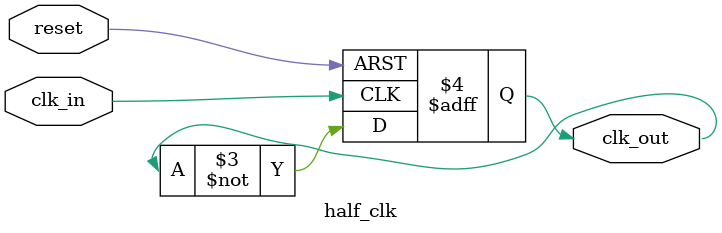
<source format=sv>
`timescale 1ns / 1ps


module half_clk(
    input reset,
    input clk_in,
    output clk_out
    );
    logic clk_out;
    always @(posedge clk_in,negedge reset)
        begin
          if(!reset)  clk_out = 0;
          else if(clk_in) 
          clk_out <= ~clk_out;
        end   
endmodule

</source>
